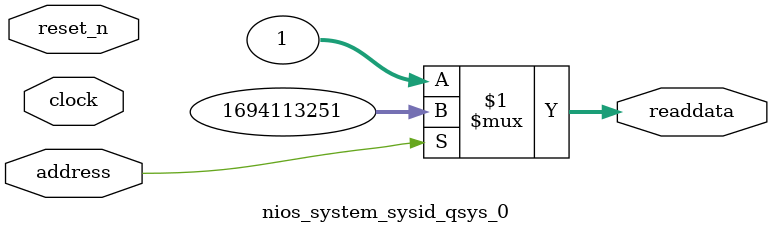
<source format=v>



// synthesis translate_off
`timescale 1ns / 1ps
// synthesis translate_on

// turn off superfluous verilog processor warnings 
// altera message_level Level1 
// altera message_off 10034 10035 10036 10037 10230 10240 10030 

module nios_system_sysid_qsys_0 (
               // inputs:
                address,
                clock,
                reset_n,

               // outputs:
                readdata
             )
;

  output  [ 31: 0] readdata;
  input            address;
  input            clock;
  input            reset_n;

  wire    [ 31: 0] readdata;
  //control_slave, which is an e_avalon_slave
  assign readdata = address ? 1694113251 : 1;

endmodule



</source>
